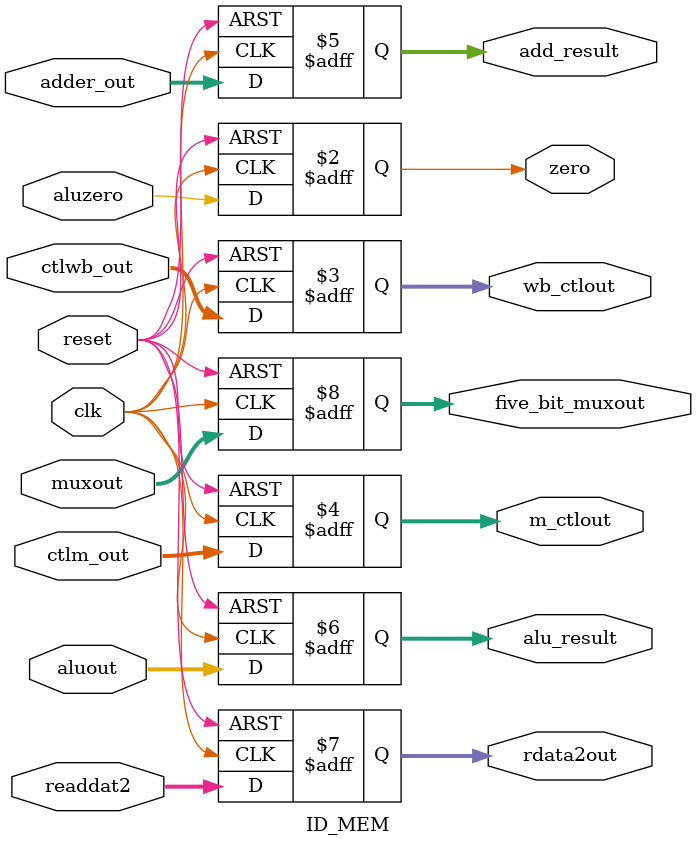
<source format=v>
module ID_MEM(
    input clk, reset, aluzero,
    input [1:0] ctlwb_out,
    input [2:0] ctlm_out,
    input [31:0] adder_out, aluout, readdat2,
    input [4:0] muxout,
    output reg zero,
    output reg [1:0] wb_ctlout,
    output reg [2:0] m_ctlout,
    output reg [31:0] add_result, alu_result, rdata2out,
    output reg [4:0] five_bit_muxout
    );
    
    always @(posedge clk or posedge reset)
    begin
        if (reset) 
        begin
            zero <= 1'b0;
            wb_ctlout <= 2'b0;
            m_ctlout <= 3'b0;
            add_result <= 32'b0;
            alu_result <= 32'b0;
            rdata2out <= 32'b0;
            five_bit_muxout <= 5'b0;
        end
        else
        begin
            zero <= aluzero;
            wb_ctlout <= ctlwb_out;
            m_ctlout <= ctlm_out;
            add_result <= adder_out;
            alu_result <= aluout;
            rdata2out <= readdat2;
            five_bit_muxout <= muxout;
        end
    end
    
endmodule

</source>
